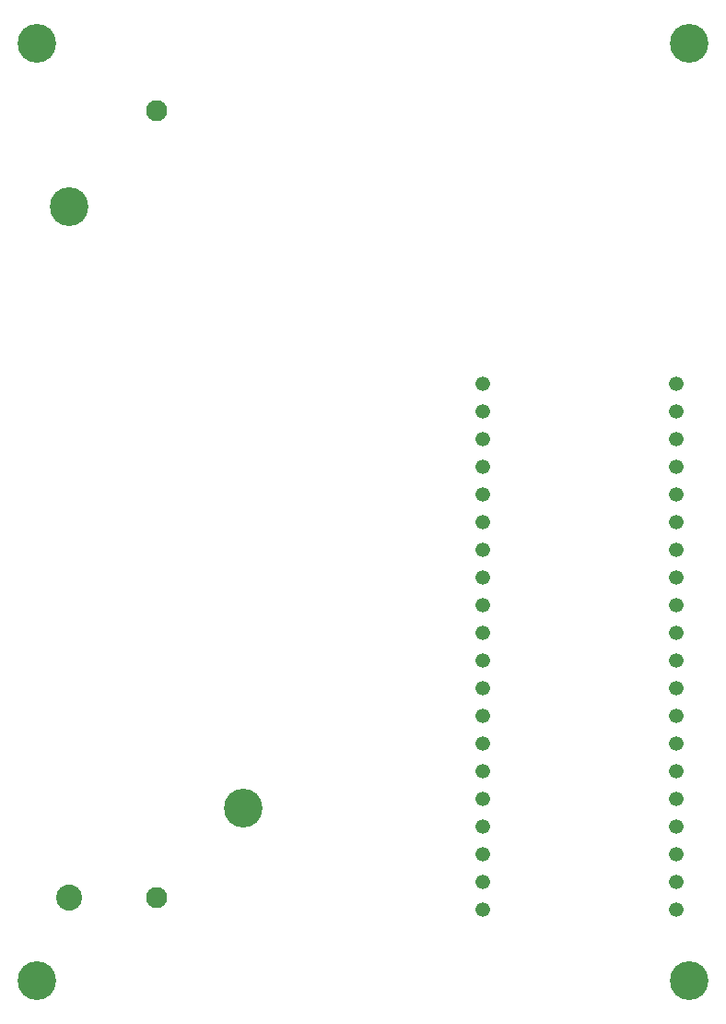
<source format=gbr>
G04 Layer_Color=16711935*
%FSLAX24Y24*%
%MOIN*%
%TF.FileFunction,Soldermask,Bot*%
%TF.Part,Single*%
G01*
G75*
%TA.AperFunction,ComponentPad*%
%ADD19C,0.0941*%
%ADD20C,0.1398*%
%TA.AperFunction,WasherPad*%
%ADD22C,0.1398*%
%TA.AperFunction,ComponentPad*%
%ADD37C,0.0764*%
%ADD38C,0.0528*%
D19*
X12992Y15976D02*
D03*
D20*
X19291Y19213D02*
D03*
X12992Y40945D02*
D03*
D22*
X11811Y12992D02*
D03*
X35433D02*
D03*
Y46850D02*
D03*
X11811D02*
D03*
D37*
X16142Y15976D02*
D03*
Y44409D02*
D03*
D38*
X27953Y15535D02*
D03*
Y16535D02*
D03*
Y17535D02*
D03*
Y18535D02*
D03*
Y19535D02*
D03*
Y20535D02*
D03*
Y21535D02*
D03*
Y22535D02*
D03*
Y23535D02*
D03*
Y24535D02*
D03*
Y25535D02*
D03*
Y26535D02*
D03*
Y27535D02*
D03*
Y28535D02*
D03*
Y29535D02*
D03*
Y30535D02*
D03*
Y31535D02*
D03*
Y32535D02*
D03*
Y33535D02*
D03*
Y34535D02*
D03*
X34953Y27535D02*
D03*
Y26535D02*
D03*
Y25535D02*
D03*
Y24535D02*
D03*
Y23535D02*
D03*
Y22535D02*
D03*
Y21535D02*
D03*
Y20535D02*
D03*
Y19535D02*
D03*
Y18535D02*
D03*
Y17535D02*
D03*
Y16535D02*
D03*
Y15535D02*
D03*
Y28535D02*
D03*
Y29535D02*
D03*
Y30535D02*
D03*
Y31535D02*
D03*
Y32535D02*
D03*
Y33535D02*
D03*
Y34535D02*
D03*
%TF.MD5,dcae9aabd4a04319adda0d7d58f4c2b8*%
M02*

</source>
